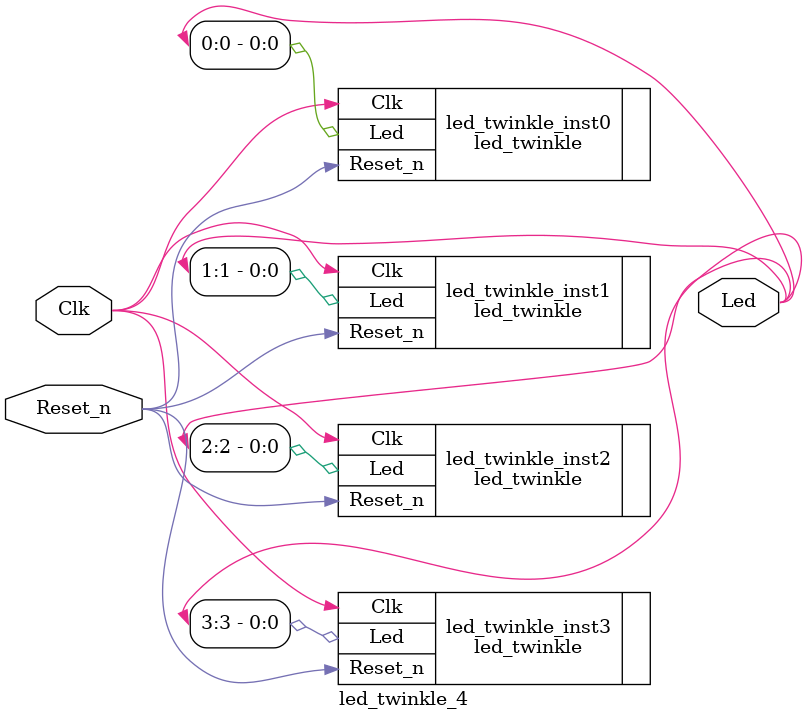
<source format=v>
module led_twinkle_4 (
    Clk,
    Reset_n,
    Led
  );

  input Clk;
  input Reset_n;
  output wire [3:0]Led;

  parameter MCNT0 = 62_500_000-1;
  parameter MCNT1 = 31_250_000-1;
  parameter MCNT2 = 15_625_000-1;
  parameter MCNT3 = 6_250_000-1;

  led_twinkle led_twinkle_inst0(
                .Clk(Clk),
                .Reset_n(Reset_n),
                .Led(Led[0])
              );
  defparam led_twinkle_inst0.MCNT=MCNT0;

  led_twinkle
    #(
      .MCNT(MCNT0)
    )
    led_twinkle_inst1(
      .Clk(Clk),
      .Reset_n(Reset_n),
      .Led(Led[1])
    );

  led_twinkle led_twinkle_inst2(
                .Clk(Clk),
                .Reset_n(Reset_n),
                .Led(Led[2])
              );
  defparam led_twinkle_inst2.MCNT=MCNT1;

  led_twinkle led_twinkle_inst3(
                .Clk(Clk),
                .Reset_n(Reset_n),
                .Led(Led[3])
              );
  defparam led_twinkle_inst3.MCNT=MCNT3;

endmodule

</source>
